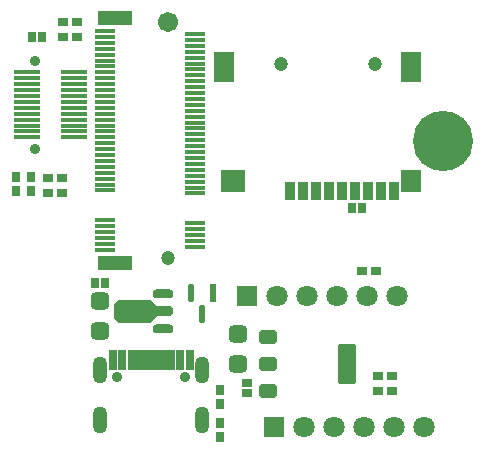
<source format=gts>
G04*
G04 #@! TF.GenerationSoftware,Altium Limited,Altium Designer,22.7.1 (60)*
G04*
G04 Layer_Color=8388736*
%FSLAX44Y44*%
%MOMM*%
G71*
G04*
G04 #@! TF.SameCoordinates,685117A2-6A88-48EB-B9DE-98E527D6E63A*
G04*
G04*
G04 #@! TF.FilePolarity,Negative*
G04*
G01*
G75*
G04:AMPARAMS|DCode=34|XSize=1.5744mm|YSize=0.5758mm|CornerRadius=0.2879mm|HoleSize=0mm|Usage=FLASHONLY|Rotation=270.000|XOffset=0mm|YOffset=0mm|HoleType=Round|Shape=RoundedRectangle|*
%AMROUNDEDRECTD34*
21,1,1.5744,0.0000,0,0,270.0*
21,1,0.9985,0.5758,0,0,270.0*
1,1,0.5758,0.0000,-0.4993*
1,1,0.5758,0.0000,0.4993*
1,1,0.5758,0.0000,0.4993*
1,1,0.5758,0.0000,-0.4993*
%
%ADD34ROUNDEDRECTD34*%
%ADD35R,0.5758X1.5744*%
G04:AMPARAMS|DCode=40|XSize=1.4732mm|YSize=1.5748mm|CornerRadius=0.4191mm|HoleSize=0mm|Usage=FLASHONLY|Rotation=270.000|XOffset=0mm|YOffset=0mm|HoleType=Round|Shape=RoundedRectangle|*
%AMROUNDEDRECTD40*
21,1,1.4732,0.7366,0,0,270.0*
21,1,0.6350,1.5748,0,0,270.0*
1,1,0.8382,-0.3683,-0.3175*
1,1,0.8382,-0.3683,0.3175*
1,1,0.8382,0.3683,0.3175*
1,1,0.8382,0.3683,-0.3175*
%
%ADD40ROUNDEDRECTD40*%
G04:AMPARAMS|DCode=41|XSize=1.1332mm|YSize=1.5132mm|CornerRadius=0.1714mm|HoleSize=0mm|Usage=FLASHONLY|Rotation=270.000|XOffset=0mm|YOffset=0mm|HoleType=Round|Shape=RoundedRectangle|*
%AMROUNDEDRECTD41*
21,1,1.1332,1.1705,0,0,270.0*
21,1,0.7905,1.5132,0,0,270.0*
1,1,0.3427,-0.5853,-0.3953*
1,1,0.3427,-0.5853,0.3953*
1,1,0.3427,0.5853,0.3953*
1,1,0.3427,0.5853,-0.3953*
%
%ADD41ROUNDEDRECTD41*%
G04:AMPARAMS|DCode=42|XSize=3.4432mm|YSize=1.5132mm|CornerRadius=0.1999mm|HoleSize=0mm|Usage=FLASHONLY|Rotation=270.000|XOffset=0mm|YOffset=0mm|HoleType=Round|Shape=RoundedRectangle|*
%AMROUNDEDRECTD42*
21,1,3.4432,1.1135,0,0,270.0*
21,1,3.0435,1.5132,0,0,270.0*
1,1,0.3997,-0.5568,-1.5218*
1,1,0.3997,-0.5568,1.5218*
1,1,0.3997,0.5568,1.5218*
1,1,0.3997,0.5568,-1.5218*
%
%ADD42ROUNDEDRECTD42*%
%ADD43R,0.8032X1.6532*%
%ADD44R,0.5032X1.6532*%
%ADD45R,2.2032X0.4532*%
%ADD46R,1.6516X0.4016*%
G04:AMPARAMS|DCode=47|XSize=0.762mm|YSize=1.7272mm|CornerRadius=0.2413mm|HoleSize=0mm|Usage=FLASHONLY|Rotation=270.000|XOffset=0mm|YOffset=0mm|HoleType=Round|Shape=RoundedRectangle|*
%AMROUNDEDRECTD47*
21,1,0.7620,1.2446,0,0,270.0*
21,1,0.2794,1.7272,0,0,270.0*
1,1,0.4826,-0.6223,-0.1397*
1,1,0.4826,-0.6223,0.1397*
1,1,0.4826,0.6223,0.1397*
1,1,0.4826,0.6223,-0.1397*
%
%ADD47ROUNDEDRECTD47*%
G04:AMPARAMS|DCode=48|XSize=0.8128mm|YSize=1.7272mm|CornerRadius=0.254mm|HoleSize=0mm|Usage=FLASHONLY|Rotation=270.000|XOffset=0mm|YOffset=0mm|HoleType=Round|Shape=RoundedRectangle|*
%AMROUNDEDRECTD48*
21,1,0.8128,1.2192,0,0,270.0*
21,1,0.3048,1.7272,0,0,270.0*
1,1,0.5080,-0.6096,-0.1524*
1,1,0.5080,-0.6096,0.1524*
1,1,0.5080,0.6096,0.1524*
1,1,0.5080,0.6096,-0.1524*
%
%ADD48ROUNDEDRECTD48*%
%ADD49R,0.9032X1.5032*%
%ADD50R,1.6510X1.8542*%
%ADD51R,1.6510X2.6416*%
%ADD52R,2.0574X1.8542*%
%ADD53R,2.8516X1.3016*%
%ADD54R,0.9532X0.8032*%
%ADD55R,0.8432X0.8032*%
%ADD56R,0.8032X0.8432*%
%ADD57R,0.8032X0.9532*%
%ADD58C,1.8032*%
%ADD59R,1.8032X1.8032*%
%ADD60C,0.9032*%
%ADD61O,1.2532X2.3032*%
%ADD62C,5.1016*%
%ADD63C,1.2032*%
%ADD64C,1.2017*%
%ADD65C,1.7016*%
%ADD66C,0.8732*%
G36*
X120694Y130556D02*
X120783Y130550D01*
X120914Y130524D01*
X120914D01*
X120914Y130524D01*
X120982Y130501D01*
X121040Y130481D01*
X121040Y130481D01*
X121040Y130481D01*
X121153Y130426D01*
X121160Y130422D01*
D01*
X121160Y130422D01*
X121234Y130372D01*
X121270Y130348D01*
X121270Y130348D01*
X121271Y130348D01*
X121321Y130304D01*
X121370Y130260D01*
X121370Y130260D01*
X121371Y130260D01*
X127720Y123909D01*
X127776Y123846D01*
X127808Y123809D01*
X127852Y123743D01*
X127882Y123699D01*
X127882Y123698D01*
D01*
X127941Y123579D01*
X127983Y123456D01*
X127984Y123453D01*
D01*
X127984Y123453D01*
X128010Y123322D01*
X128016Y123224D01*
X128019Y123189D01*
Y123189D01*
Y123189D01*
X128018Y118109D01*
X128013Y118040D01*
X128009Y117977D01*
X128009Y117976D01*
Y117976D01*
X127996Y117912D01*
X127983Y117846D01*
X127983Y117846D01*
X127983Y117846D01*
X127971Y117810D01*
X127940Y117720D01*
X127881Y117600D01*
X127881Y117600D01*
X127881Y117600D01*
X127851Y117555D01*
X127807Y117490D01*
X127807Y117490D01*
X127807Y117490D01*
X127781Y117460D01*
X127719Y117389D01*
X121370Y111040D01*
D01*
D01*
X121370Y111040D01*
X121270Y110953D01*
X121215Y110916D01*
X121159Y110879D01*
X121159Y110879D01*
D01*
X121156Y110877D01*
X121040Y110820D01*
X120914Y110777D01*
X120783Y110751D01*
X120651Y110742D01*
X95250Y110741D01*
X95250D01*
X95250D01*
X95117Y110750D01*
X94986Y110776D01*
X94860Y110819D01*
X94744Y110876D01*
X94741Y110878D01*
D01*
X94741Y110878D01*
X94685Y110915D01*
X94630Y110951D01*
X94530Y111039D01*
Y111039D01*
X94530D01*
X90719Y114850D01*
X90719Y114850D01*
X90719Y114850D01*
X90631Y114950D01*
X90607Y114987D01*
X90557Y115061D01*
X90498Y115180D01*
X90496Y115187D01*
X90456Y115307D01*
X90443Y115372D01*
X90430Y115437D01*
X90421Y115570D01*
Y115570D01*
Y115570D01*
X90422Y125730D01*
X90430Y125863D01*
X90446Y125941D01*
X90456Y125993D01*
X90456Y125993D01*
D01*
X90459Y126000D01*
X90499Y126119D01*
X90558Y126239D01*
D01*
X90558Y126239D01*
X90583Y126276D01*
X90632Y126350D01*
X90720Y126450D01*
X94530Y130260D01*
X94630Y130347D01*
X94741Y130421D01*
X94781Y130441D01*
X94860Y130480D01*
X94986Y130523D01*
X95117Y130549D01*
X95250Y130558D01*
X120651Y130559D01*
X120651D01*
X120651D01*
X120694Y130556D01*
D02*
G37*
D34*
X165100Y118149D02*
D03*
X155600Y135851D02*
D03*
D35*
X174600D02*
D03*
D40*
X195580Y76200D02*
D03*
Y101600D02*
D03*
X78740Y129540D02*
D03*
Y104140D02*
D03*
D41*
X220550Y99100D02*
D03*
Y76200D02*
D03*
Y53300D02*
D03*
D42*
X287450Y76200D02*
D03*
D43*
X154420Y79700D02*
D03*
X146420D02*
D03*
X97420D02*
D03*
X89420D02*
D03*
D44*
X139420D02*
D03*
X134420D02*
D03*
X129420D02*
D03*
X124420D02*
D03*
X104420D02*
D03*
X109420D02*
D03*
X114420D02*
D03*
X119420D02*
D03*
D45*
X56322Y322902D02*
D03*
Y317902D02*
D03*
Y312902D02*
D03*
Y307902D02*
D03*
Y302902D02*
D03*
Y297902D02*
D03*
Y292902D02*
D03*
Y287902D02*
D03*
Y282902D02*
D03*
Y277902D02*
D03*
Y272902D02*
D03*
X16322Y322902D02*
D03*
Y317902D02*
D03*
Y312902D02*
D03*
Y307902D02*
D03*
Y302902D02*
D03*
Y297902D02*
D03*
Y292902D02*
D03*
Y287902D02*
D03*
Y282902D02*
D03*
Y277902D02*
D03*
Y272902D02*
D03*
Y267902D02*
D03*
X56322Y267902D02*
D03*
D46*
X83140Y172930D02*
D03*
X158640Y175430D02*
D03*
X83140Y177930D02*
D03*
X158640Y180430D02*
D03*
X83140Y182930D02*
D03*
X158640Y185430D02*
D03*
X83140Y187930D02*
D03*
X158640Y190430D02*
D03*
X83140Y192930D02*
D03*
X158640Y195430D02*
D03*
X83140Y197930D02*
D03*
X158640Y220430D02*
D03*
X83140Y222930D02*
D03*
X158640Y225430D02*
D03*
X83140Y227930D02*
D03*
X158640Y230430D02*
D03*
X83140Y232930D02*
D03*
X158640Y235430D02*
D03*
X83140Y237930D02*
D03*
X158640Y240430D02*
D03*
X83140Y242930D02*
D03*
X158640Y245430D02*
D03*
X83140Y247930D02*
D03*
X158640Y250430D02*
D03*
X83140Y252930D02*
D03*
X158640Y255430D02*
D03*
X83140Y257930D02*
D03*
X158640Y260430D02*
D03*
X83140Y262930D02*
D03*
X158640Y265430D02*
D03*
X83140Y267930D02*
D03*
X158640Y270430D02*
D03*
X83140Y272930D02*
D03*
X158640Y275430D02*
D03*
X83140Y277930D02*
D03*
X158640Y280430D02*
D03*
X83140Y282930D02*
D03*
X158640Y285430D02*
D03*
X83140Y287930D02*
D03*
X158640Y290430D02*
D03*
X83140Y292930D02*
D03*
X158640Y295430D02*
D03*
X83140Y297930D02*
D03*
X158640Y300430D02*
D03*
X83140Y302930D02*
D03*
X158640Y305430D02*
D03*
X83140Y307930D02*
D03*
X158640Y310430D02*
D03*
X83140Y312930D02*
D03*
X158640Y315430D02*
D03*
X83140Y317930D02*
D03*
X158640Y320430D02*
D03*
X83140Y322930D02*
D03*
X158640Y325430D02*
D03*
X83140Y327930D02*
D03*
X158640Y330430D02*
D03*
X83140Y332930D02*
D03*
X158640Y335430D02*
D03*
X83140Y337930D02*
D03*
X158640Y340430D02*
D03*
X83140Y342930D02*
D03*
X158640Y345430D02*
D03*
X83140Y347930D02*
D03*
Y352930D02*
D03*
X158640Y355430D02*
D03*
X83140Y357930D02*
D03*
X158640Y350430D02*
D03*
D47*
X131826Y135650D02*
D03*
Y105650D02*
D03*
D48*
Y120650D02*
D03*
D49*
X239322Y222902D02*
D03*
X250322D02*
D03*
X261322D02*
D03*
X272322D02*
D03*
X283322D02*
D03*
X294322D02*
D03*
X305322D02*
D03*
X316322D02*
D03*
X327322D02*
D03*
D50*
X341506Y230640D02*
D03*
D51*
Y327640D02*
D03*
X183258D02*
D03*
D52*
X191008Y230640D02*
D03*
D53*
X90890Y368930D02*
D03*
Y161930D02*
D03*
D54*
X47590Y353060D02*
D03*
X59090D02*
D03*
X47590Y365760D02*
D03*
X59090D02*
D03*
X325790Y66040D02*
D03*
X314290D02*
D03*
X325790Y53340D02*
D03*
X314290D02*
D03*
X300320Y154940D02*
D03*
X311820D02*
D03*
X34890Y220980D02*
D03*
X46390D02*
D03*
X34890Y233680D02*
D03*
X46390D02*
D03*
D55*
X203200Y51480D02*
D03*
Y60280D02*
D03*
D56*
X74340Y144780D02*
D03*
X83140D02*
D03*
X29800Y353060D02*
D03*
X21000D02*
D03*
X300310Y208280D02*
D03*
X291510D02*
D03*
D57*
X7620Y222850D02*
D03*
Y234350D02*
D03*
X20320Y222850D02*
D03*
Y234350D02*
D03*
X180340Y42510D02*
D03*
Y54010D02*
D03*
Y14570D02*
D03*
Y26070D02*
D03*
D58*
X353060Y22860D02*
D03*
X327660D02*
D03*
X276860D02*
D03*
X251460D02*
D03*
X302260D02*
D03*
X279400Y133350D02*
D03*
X228600D02*
D03*
X254000D02*
D03*
X304800D02*
D03*
X330200D02*
D03*
D59*
X226060Y22860D02*
D03*
X203200Y133350D02*
D03*
D60*
X150820Y65250D02*
D03*
X93020D02*
D03*
D61*
X165120Y28750D02*
D03*
X78720D02*
D03*
X165120Y70550D02*
D03*
X78720D02*
D03*
D62*
X368489Y265080D02*
D03*
D63*
X311658Y329946D02*
D03*
X231902D02*
D03*
D64*
X135890Y165430D02*
D03*
D65*
Y365430D02*
D03*
D66*
X23822Y258402D02*
D03*
X23822Y332402D02*
D03*
M02*

</source>
